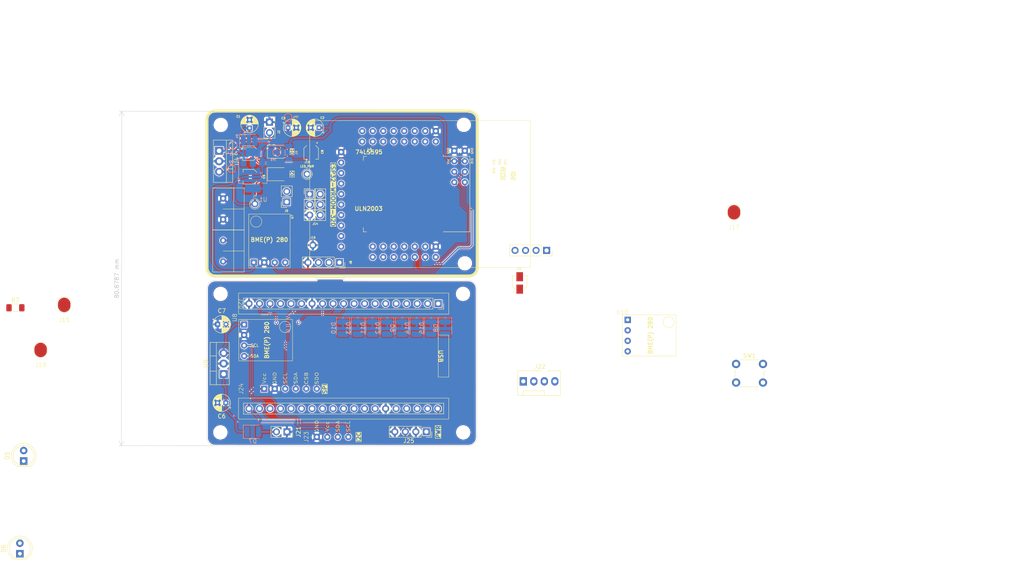
<source format=kicad_pcb>
(kicad_pcb (version 20240108) (generator "pcbnew") (generator_version "8.0")
  (layers (0 "F.Cu" signal) (31 "B.Cu" signal) (34 "B.Paste" user) (35 "F.Paste" user) (36 "B.SilkS" user "B.Silkscreen") (37 "F.SilkS" user "F.Silkscreen") (38 "B.Mask" user) (39 "F.Mask" user) (44 "Edge.Cuts" user))
  (net 0 "")
  (net 1 "GND")
  (net 2 "+3V3")
  (net 3 "+5V")
  (net 4 "/RXD")
  (net 5 "/TXD")
  (net 6 "/SDA")
  (net 7 "/GPIO_33")
  (net 8 "/SCL")
  (net 9 "/OUT3")
  (net 10 "/EN")
  (net 11 "/SOURCE2")
  (net 12 "/SOURCE1")
  (net 13 "/SOURCE3")
  (net 14 "/VDC")
  (net 15 "/DAC1")
  (net 16 "/DAC2")
  (net 17 "/GPIO39")
  (net 18 "/GPIO19")
  (net 19 "/GPIO17")
  (net 20 "/GPIO5")
  (net 21 "/GPIO18")
  (net 22 "/SD_DATA0")
  (net 23 "/ADC2_CH3")
  (net 24 "/SD_DATA3")
  (net 25 "/SD_CMD")
  (net 26 "/SD_CLK")
  (net 27 "/SD_DATA2")
  (net 28 "/SD_DATA1")
  (net 29 "/ADC2_CH0")
  (net 30 "/GPIO23")
  (net 31 "/GPIO36")
  (net 32 "/ADC2_CH2")
  (net 33 "/BOOT")
  (net 34 "/GPIO13")
  (net 35 "/SOURCE4")
  (net 36 "/SOURCE5")
  (net 37 "/SIPO_DATA")
  (net 38 "/SIPO_CLK")
  (net 39 "/SIPO_LATCH")
  (net 40 "/GPIO14")
  (net 41 "/OUT1")
  (net 42 "/VIN")
  (net 45 "Net-(D5-Pad1)")
  (net 46 "Net-(J15-Pin_1)")
  (net 47 "Net-(J19-Pin_1)")
  (net 48 "/OUT2")
  (net 60 "/RX")
  (net 65 "/TX")
  (net 76 "/SCL-2")
  (net 77 "/SDA-2")
  (net 80 "/12V")
  (net 82 "/QB-2")
  (net 83 "/QC-2")
  (net 84 "/QE-2")
  (net 85 "/QA-2")
  (net 86 "/QD-2")
  (net 87 "/QG-2")
  (net 88 "/QH-2")
  (net 89 "/QF-2")
  (net 90 "/SPI-SDO")
  (net 91 "/SPI-CSB")
  (net 92 "/SPI-SCL")
  (net 93 "/SPI-SDA")
  (net 94 "/D23")
  (net 95 "/D18")
  (footprint "Capacitor_THT:CP_Radial_D4.0mm_P2.00mm" (layer "F.Cu") (at 107 44.2 180)
    (property "Reference" "C2")
    (property "Value" "1uF")
  )
  (footprint "LED_SMD:LED_1210_3225Metric_Pad1.42x2.65mm_HandSolder" (layer "F.Cu") (at 97 55.45)
    (property "Reference" "D2")
    (property "Value" "STATUS")
  )
  (footprint "Capacitor_SMD:CP_Elec_3x5.3" (layer "F.Cu") (at 90.3 50.35 180)
    (property "Reference" "C4")
    (property "Value" "0.1uF")
  )
  (footprint "Resistor_SMD:R_1206_3216Metric_Pad1.30x1.75mm_HandSolder" (layer "F.Cu") (at 33.612 87.7585)
    (property "Reference" "R7")
    (property "Value" "4K7")
  )
  (footprint "LED_THT:LED_D5.0mm" (layer "F.Cu") (at 34.7 147.25 90)
    (property "Reference" "D6")
    (property "Value" "LED_STATUS")
  )
  (footprint "Button_Switch_THT:SW_PUSH_6mm" (layer "F.Cu") (at 207.8 101.35)
    (property "Reference" "SW1")
    (property "Value" "SW_Push")
  )
  (footprint "Connector:FanPinHeader_1x04_P2.54mm_Vertical" (layer "F.Cu") (at 156.38 105.55)
    (property "Reference" "J22")
    (property "Value" "Conn_01x04_Pin")
  )
  (footprint "Alexander Footprint Library:Pad_1x01_P2.54_SMD" (layer "F.Cu") (at 39.712 102.098)
    (property "Reference" "J19")
    (property "Value" "LED_PWR")
  )
  (footprint "Alexanddr Footprints Library:ESP32-WROOM-Adapter-Socket-2" (layer "F.Cu") (at 127.6 60.25 -90)
    (property "Reference" "J1")
    (property "Value" "~")
  )
  (footprint "Alexander Footprint Library:Pad_1x01_P2.54_SMD" (layer "F.Cu") (at 45.412 91.198)
    (property "Reference" "J15")
    (property "Value" "LED_PWR")
  )
  (footprint "MountingHole:MountingHole_3mm" (layer "F.Cu") (at 142 43.5)
    (property "Reference" "H1" (hide yes))
    (property "Value" "MountingHole_Pad")
  )
  (footprint "Connector_PinSocket_2.54mm:PinSocket_1x02_P2.54mm_Vertical" (layer "F.Cu") (at 99.25 117.775 -90)
    (property "Reference" "J21")
    (property "Value" "PWR")
  )
  (footprint "MountingHole:MountingHole_3mm" (layer "F.Cu") (at 83.25 43.53)
    (property "Reference" "H2" (hide yes))
    (property "Value" "MountingHole_Pad")
  )
  (footprint "Alexander Footprints Library:Conn_Terminal_5mm" (layer "F.Cu") (at 83.82 53.69)
    (property "Reference" "J9" (hide yes))
    (property "Value" "Conn_01x02_Socket")
  )
  (footprint "Alexander Footprint Library:Pad_1x01_P2.54_SMD" (layer "F.Cu") (at 207.3 68.7895)
    (property "Reference" "J17")
    (property "Value" "GND")
  )
  (footprint "MountingHole:MountingHole_3mm" (layer "F.Cu") (at 141.85 117.9)
    (property "Reference" "H4" (hide yes))
    (property "Value" "MountingHole_Pad")
  )
  (footprint "Capacitor_THT:CP_Radial_D4.0mm_P2.00mm" (layer "F.Cu") (at 82.5 91.75)
    (property "Reference" "C7")
    (property "Value" "1uF")
  )
  (footprint "Connector_PinSocket_2.54mm:PinSocket_1x04_P2.54mm_Vertical" (layer "F.Cu") (at 132.94 117.75 -90)
    (property "Reference" "J25")
    (property "Value" "PWR_SATA_Conn_01x04")
  )
  (footprint "Capacitor_SMD:CP_Elec_3x5.3" (layer "F.Cu") (at 90.4 56.05 180)
    (property "Reference" "C9")
    (property "Value" "0.1uF")
  )
  (footprint "Alexander Footprint Library:PinSocket_1x01_P2.54" (layer "F.Cu") (at 91.5 65.19)
    (property "Reference" "J7")
    (property "Value" "LED_PWR")
  )
  (footprint "Alexander Footprint Library:Conn_SPI" (layer "F.Cu") (at 88.68 107.35 90)
    (property "Reference" "J24")
    (property "Value" "~")
  )
  (footprint "Connector_PinSocket_2.54mm:PinSocket_1x02_P2.54mm_Vertical" (layer "F.Cu") (at 95.025 42.85)
    (property "Reference" "J2")
    (property "Value" "PWR")
  )
  (footprint "Connector_PinSocket_2.54mm:PinSocket_1x04_P2.54mm_Vertical" (layer "F.Cu") (at 111.94 76.8 -90)
    (property "Reference" "J6")
    (property "Value" "SOURCE")
  )
  (footprint "MountingHole:MountingHole_3mm" (layer "F.Cu") (at 83.15 117.9)
    (property "Reference" "H4" (hide yes))
    (property "Value" "MountingHole_Pad")
  )
  (footprint "Connector_PinSocket_2.54mm:PinSocket_1x04_P2.54mm_Vertical" (layer "F.Cu") (at 162 73.875 -90)
    (property "Reference" "J10" (hide yes))
    (property "Value" "ADC")
  )
  (footprint "Capacitor_SMD:CP_Elec_3x5.3" (layer "F.Cu") (at 155.5 81.75 90)
    (property "Reference" "C5")
    (property "Value" "0.1uF")
  )
  (footprint "MountingHole:MountingHole_3mm" (layer "F.Cu") (at 141.8 84.4)
    (property "Reference" "H4" (hide yes))
    (property "Value" "MountingHole_Pad")
  )
  (footprint "Capacitor_THT:CP_Radial_D4.0mm_P2.00mm" (layer "F.Cu") (at 99.5 44.2)
    (property "Reference" "C3")
    (property "Value" "1uF")
  )
  (footprint "Alexander Footprint Library:Conn_ESP32_WROOM-DevKit-38pins" (layer "F.Cu") (at 87.54 86.75 -90)
    (property "Reference" "J20")
    (property "Value" "~")
  )
  (footprint "Capacitor_SMD:CP_Elec_3x5.3" (layer "F.Cu") (at 105.1 50.05 -90)
    (property "Reference" "C8")
    (property "Value" "10uF")
  )
  (footprint "Alexander Footprint Library:LD1117" (layer "F.Cu") (at 83.945 103.79 90)
    (property "Reference" "U9")
    (property "Value" "L7805")
  )
  (footprint "Alexander Footprint Library:PinSocket_1x01_P2.54" (layer "F.Cu") (at 104.1 57.99)
    (property "Reference" "J18")
    (property "Value" "LED_PWR")
  )
  (footprint "Alexander Footprint Library:Conn_I2C" (layer "F.Cu") (at 98.84 119 90)
    (property "Reference" "J23")
    (property "Value" "I2C")
  )
  (footprint "Capacitor_THT:CP_Radial_D4.0mm_P2.00mm" (layer "F.Cu") (at 84.4726 110.75 180)
    (property "Reference" "C6")
    (property "Value" "1uF")
  )
  (footprint "Alexander Footprint Library:BME280_BMP280_I2C" (layer "F.Cu") (at 180.3 89.45)
    (property "Reference" "U10")
    (property "Value" "BME(P)280")
  )
  (footprint "MountingHole:MountingHole_3mm" (layer "F.Cu") (at 83.2 84.4)
    (property "Reference" "H4" (hide yes))
    (property "Value" "MountingHole_Pad")
  )
  (footprint "Connector_PinSocket_2.54mm:PinSocket_1x02_P2.54mm_Vertical" (layer "F.Cu") (at 99.2 62.15 180)
    (property "Reference" "J5")
    (property "Value" "DAC")
  )
  (footprint "Alexander Footprint Library:CONN_2x3" (layer "F.Cu") (at 104.74 55.17)
    (property "Reference" "J14")
    (property "Value" "GPIO")
  )
  (footprint "Alexander Footprints Library:Conn_UART" (layer "F.Cu") (at 139.7 42.15)
    (property "Reference" "J3" (hide yes))
    (property "Value" "UART")
  )
  (footprint "Alexander Footprint Library:PinSocket_1x01_P2.54" (layer "F.Cu") (at 105.5 75.19)
    (property "Reference" "J16")
    (property "Value" "GND")
  )
  (footprint "Capacitor_THT:CP_Radial_D4.0mm_P2.00mm" (layer "F.Cu") (at 90.2 44.3 90)
    (property "Reference" "C1")
    (property "Value" "1uF")
  )
  (footprint "Alexander Footprint Library:BME280_BMP280_I2C" (layer "F.Cu") (at 90 78.1 90)
    (property "Reference" "U7")
    (property "Value" "BME(P)280")
  )
  (footprint "Alexander Footprint Library:LD1117" (layer "F.Cu") (at 82.855 49.77 -90)
    (property "Reference" "U4")
    (property "Value" "L7805")
  )
  (footprint "Alexander Footprints Library:Conn_I2C" (layer "F.Cu") (at 142.24 42.15)
    (property "Reference" "J4" (hide yes))
    (property "Value" "I2C")
  )
  (footprint "LED_THT:LED_D5.0mm" (layer "F.Cu") (at 35.612 124.8335 90)
    (property "Reference" "D5")
    (property "Value" "LED_PWR")
  )
  (footprint "Alexander Footprint Library:BME280_BMP280_I2C" (layer "F.Cu") (at 87.6 90.59)
    (property "Reference" "U8")
    (property "Value" "BME(P)280")
  )
  (footprint "LED_SMD:LED_1210_3225Metric_Pad1.42x2.65mm_HandSolder" (layer "F.Cu") (at 97 50)
    (property "Reference" "D1")
    (property "Value" "PWR")
  )
  (footprint "MountingHole:MountingHole_3mm" (layer "F.Cu") (at 142.25 77)
    (property "Reference" "H4" (hide yes))
    (property "Value" "MountingHole_Pad")
  )
  (footprint "Alexander Footprints Library:Conn_Terminal_5mm" (layer "F.Cu") (at 83.82 63.85)
    (property "Reference" "J8" (hide yes))
    (property "Value" "Conn_01x02_Socket")
  )
  (footprint "TestPoint:TestPoint_Pad_D1.5mm" (layer "B.Cu") (at 99.5 41.75 180)
    (property "Reference" "TP4")
    (property "Value" "5V")
  )
  (footprint "LED_SMD:LED_1210_3225Metric_Pad1.42x2.65mm_HandSolder" (layer "B.Cu") (at 127.1 92.65 -90)
    (property "Reference" "D9")
    (property "Value" "PWR")
  )
  (footprint "TestPoint:TestPoint_Pad_D1.5mm" (layer "B.Cu") (at 96.8 50.15 180)
    (property "Reference" "TP3")
    (property "Value" "3V3")
  )
  (footprint "LED_SMD:LED_1210_3225Metric_Pad1.42x2.65mm_HandSolder" (layer "B.Cu") (at 119.9 92.65 -90)
    (property "Reference" "D11")
    (property "Value" "PWR")
  )
  (footprint "Diode_SMD:D_1210_3225Metric" (layer "B.Cu") (at 91 117.75)
    (property "Reference" "D7")
    (property "Value" "D")
  )
  (footprint "LED_SMD:LED_1210_3225Metric_Pad1.42x2.65mm_HandSolder" (layer "B.Cu") (at 134.1 92.65 -90)
    (property "Reference" "D15")
    (property "Value" "PWR")
  )
  (footprint "Resistor_SMD:R_1206_3216Metric_Pad1.30x1.75mm_HandSolder" (layer "B.Cu") (at 99.7 50.25 -90)
    (property "Reference" "R1")
    (property "Value" "10K")
  )
  (footprint "Diode_SMD:D_1210_3225Metric" (layer "B.Cu") (at 90.1 47.4)
    (property "Reference" "D4")
    (property "Value" "D")
  )
  (footprint "LED_SMD:LED_1210_3225Metric_Pad1.42x2.65mm_HandSolder" (layer "B.Cu") (at 130.6 92.65 -90)
    (property "Reference" "D14")
    (property "Value" "PWR")
  )
  (footprint "TestPoint:TestPoint_Pad_D1.5mm" (layer "B.Cu") (at 86.2 48.45 180)
    (property "Reference" "TP1")
    (property "Value" "VIN")
  )
  (footprint "LED_SMD:LED_1210_3225Metric_Pad1.42x2.65mm_HandSolder" (layer "B.Cu") (at 123.5 92.65 -90)
    (property "Reference" "D12")
    (property "Value" "PWR")
  )
  (footprint "TestPoint:TestPoint_Pad_D1.5mm" (layer "B.Cu") (at 85.9 54.15 180)
    (property "Reference" "TP2")
    (property "Value" "GND")
  )
  (footprint "LED_SMD:LED_1210_3225Metric_Pad1.42x2.65mm_HandSolder" (layer "B.Cu") (at 116.4 92.65 -90)
    (property "Reference" "D13")
    (property "Value" "PWR")
  )
  (footprint "LED_SMD:LED_1210_3225Metric_Pad1.42x2.65mm_HandSolder" (layer "B.Cu") (at 112.8 92.65 -90)
    (property "Reference" "D10")
    (property "Value" "PWR")
  )
  (footprint "Package_TO_SOT_SMD:SOT-223-3_TabPin2" (layer "B.Cu") (at 91 55.75 -90)
    (property "Reference" "U1")
    (property "Value" "MAX1726EUK33")
  )
  (footprint "LED_SMD:LED_1210_3225Metric_Pad1.42x2.65mm_HandSolder" (layer "B.Cu") (at 137.5 92.65 -90)
    (property "Reference" "D8")
    (property "Value" "PWR")
  )
  (gr_line (start 145.25 42.11421) (end 145.25 78.085782) (stroke (width 0.75)) (layer "F.SilkS"))
  (gr_line (start 81.914218 40.164218) (end 143.08579 40.164218) (stroke (width 0.75)) (layer "F.SilkS"))
  (gr_arc (start 145.25 78.085782) (mid 144.66422 79.500007) (end 143.25 80.085782) (stroke (width 0.75)) (layer "F.SilkS"))
  (gr_line (start 79.914218 42.11421) (end 79.914218 78.085782) (stroke (width 0.75)) (layer "F.SilkS"))
  (gr_arc (start 81.914218 80.085782) (mid 80.499999 79.500001) (end 79.914218 78.085782) (stroke (width 0.75)) (layer "F.SilkS"))
  (gr_arc (start 143.25 40.25) (mid 144.664214 40.835786) (end 145.25 42.25) (stroke (width 0.75)) (layer "F.SilkS"))
  (gr_arc (start 79.914218 42.164218) (mid 80.499999 40.749999) (end 81.914218 40.164218) (stroke (width 0.75)) (layer "F.SilkS"))
  (gr_line (start 81.914214 80.085782) (end 143.085786 80.085782) (stroke (width 0.75)) (layer "F.SilkS"))
  (gr_line (start 82.014214 80.235786) (end 106.4 80.25) (stroke (width 0.1)) (layer "Edge.Cuts"))
  (gr_line (start 80 42.25) (end 80.014214 78.235786) (stroke (width 0.1)) (layer "Edge.Cuts"))
  (gr_arc (start 79.921321 83.157107) (mid 80.507106 81.742896) (end 81.921321 81.157107) (stroke (width 0.1)) (layer "Edge.Cuts"))
  (gr_line (start 81.921321 121.128679) (end 143.107107 121.142893) (stroke (width 0.1)) (layer "Edge.Cuts"))
  (gr_arc (start 81.921321 121.128679) (mid 80.507101 120.542899) (end 79.921321 119.128679) (stroke (width 0.1)) (layer "Edge.Cuts"))
  (gr_line (start 143.092893 81.157107) (end 113 81.15) (stroke (width 0.1)) (layer "Edge.Cuts"))
  (gr_arc (start 145.107107 119.142893) (mid 144.521321 120.557107) (end 143.107107 121.142893) (stroke (width 0.1)) (layer "Edge.Cuts"))
  (gr_line (start 106.4 81.15) (end 81.921321 81.157107) (stroke (width 0.1)) (layer "Edge.Cuts"))
  (gr_arc (start 143.185786 40.264214) (mid 144.600004 40.849996) (end 145.185786 42.264214) (stroke (width 0.1)) (layer "Edge.Cuts"))
  (gr_line (start 113 80.25) (end 143.185786 80.235786) (stroke (width 0.1)) (layer "Edge.Cuts"))
  (gr_arc (start 82.014214 80.235786) (mid 80.599996 79.650004) (end 80.014214 78.235786) (stroke (width 0.1)) (layer "Edge.Cuts"))
  (gr_line (start 145.185786 42.264214) (end 145.185786 78.235786) (stroke (width 0.1)) (layer "Edge.Cuts"))
  (gr_arc (start 80 42.25) (mid 80.585786 40.835786) (end 82 40.25) (stroke (width 0.1)) (layer "Edge.Cuts"))
  (gr_line (start 145.107107 119.142893) (end 145.092893 83.157107) (stroke (width 0.1)) (layer "Edge.Cuts"))
  (gr_line (start 79.921321 119.128679) (end 79.921321 83.157107) (stroke (width 0.1)) (layer "Edge.Cuts"))
  (gr_line (start 106.4 81.15) (end 106.4 80.25) (stroke (width 0.1)) (layer "Edge.Cuts"))
  (gr_arc (start 145.185786 78.235786) (mid 144.600004 79.650004) (end 143.185786 80.235786) (stroke (width 0.1)) (layer "Edge.Cuts"))
  (gr_arc (start 143.092893 81.157107) (mid 144.507112 81.742888) (end 145.092893 83.157107) (stroke (width 0.1)) (layer "Edge.Cuts"))
  (gr_line (start 113 81.15) (end 113 80.25) (stroke (width 0.1)) (layer "Edge.Cuts"))
  (gr_line (start 143.185786 40.264214) (end 82 40.25) (stroke (width 0.1)) (layer "Edge.Cuts"))
  (gr_text "SCL" (at 90.4 96.85 0) (layer "F.SilkS") (effects (font (size 0.7 0.7) (thickness 0.125) (bold yes)) (justify left)))
  (gr_text "SDA" (at 90.4 99.45 0) (layer "F.SilkS") (effects (font (size 0.7 0.7) (thickness 0.125) (bold yes)) (justify left)))
  (gr_text "PWR" (at 136.4 119.55 90) (layer "F.SilkS" knockout) (effects (font (size 1 1) (thickness 0.25) (bold yes)) (justify left bottom)))
  (gr_text "74LS595" (at 119.057143 50.1 0) (layer "F.SilkS") (effects (font (size 1 1) (thickness 0.2) (bold yes))))
  (gr_text "ULN2003" (at 115.5 64.374 0) (layer "F.SilkS") (effects (font (size 1 1) (thickness 0.2) (bold yes)) (justify left bottom)))
  (dimension (type aligned) (layer "Edge.Cuts") (pts (xy 81.921321 121.128679) (xy 82 40.25)) (height -22.6907) (gr_text "80.8787 mm" (at 58.119973 80.666146 89.94426182) (layer "Edge.Cuts") (effects (font (size 1 1) (thickness 0.15)))) (format (prefix "") (suffix "") (units 3) (units_format 1) (precision 4)) (style (thickness 0.1) (arrow_length 1.27) (text_position_mode 0) (extension_height 0.58642) (extension_offset 0.5) keep_text_aligned))
  (segment (start 84.21 66) (end 83.82 66.39) (width 0.5) (layer "F.Cu") (net 1))
  (segment (start 95.5 54.8625) (end 95.5125 54.85) (width 0.25) (layer "F.Cu") (net 1))
  (segment (start 95.5 55.4625) (end 95.5125 55.45) (width 0.25) (layer "F.Cu") (net 1))
  (segment (start 91.5 59.65) (end 91.9 59.25) (width 0.5) (layer "F.Cu") (net 2))
  (segment (start 90.08 108.57) (end 90.08 112.15) (width 0.5) (layer "F.Cu") (net 2))
  (segment (start 91.3 107.35) (end 90.08 108.57) (width 0.5) (layer "F.Cu") (net 2))
  (segment (start 91.9 59.25) (end 91.9 56.05) (width 0.5) (layer "F.Cu") (net 2))
  (segment (start 93.76 107.35) (end 91.3 107.35) (width 0.5) (layer "F.Cu") (net 2))
  (segment (start 91.5 62.62) (end 91.5 59.65) (width 0.5) (layer "F.Cu") (net 2))
  (segment (start 98.4875 50) (end 101.05 50) (width 0.5) (layer "F.Cu") (net 2))
  (segment (start 102.5 48.55) (end 105.1 48.55) (width 0.5) (layer "F.Cu") (net 2))
  (segment (start 101.05 50) (end 102.5 48.55) (width 0.5) (layer "F.Cu") (net 2))
  (segment (start 96.075 48.7) (end 97.525 48.7) (width 0.5) (layer "B.Cu") (net 2))
  (segment (start 109.408578 44.2) (end 107 44.2) (width 0.5) (layer "B.Cu") (net 2))
  (segment (start 93.21 115.25) (end 101 115.25) (width 0.5) (layer "B.Cu") (net 2))
  (segment (start 81.3 75.997918) (end 81.3 59.75104) (width 0.5) (layer "B.Cu") (net 2))
  (segment (start 93.3 54.905025) (end 93.3 52.6) (width 0.5) (layer "B.Cu") (net 2))
  (segment (start 100 48.7) (end 100 48.03033) (width 0.5) (layer "B.Cu") (net 2))
  (segment (start 139.13 52.31) (end 139.7 52.31) (width 0.5) (layer "B.Cu") (net 2))
  (segment (start 138.156949 51.906949) (end 138.03 51.78) (width 0.5) (layer "B.Cu") (net 2))
  (segment (start 109 117.5) (end 109 119) (width 0.5) (layer "B.Cu") (net 2))
  (segment (start 84.202081 78.9) (end 89.990883 78.9) (width 0.5) (layer "B.Cu") (net 2))
  (segment (start 109.75 45) (end 109.75 44.141421) (width 0.5) (layer "B.Cu") (net 2))
  (segment (start 109.75 43.858578) (end 109.75 44.141421) (width 0.5) (layer "B.Cu") (net 2))
  (segment (start 104.722182 46.75) (end 106.277817 46.75) (width 0.5) (layer "B.Cu") (net 2))
  (segment (start 139.7 52.31) (end 142.24 52.31) (width 0.5) (layer "B.Cu") (net 2))
  (segment (start 137.5 50.500466) (end 137.5 43.883883) (width 0.5) (layer "B.Cu") (net 2))
  (segment (start 88.207106 62.75) (end 91.5 62.75) (width 0.5) (layer "B.Cu") (net 2))
  (segment (start 86.5 61.042893) (end 86.5 57.5) (width 0.5) (layer "B.Cu") (net 2))
  (segment (start 106.277817 46.75) (end 108 46.75) (width 0.5) (layer "B.Cu") (net 2))
  (segment (start 101 115.25) (end 102.5 116.75) (width 0.5) (layer "B.Cu") (net 2))
  (segment (start 91.22 77.670883) (end 91.22 76.8) (width 0.5) (layer "B.Cu") (net 2))
  (segment (start 89.455634 56.1) (end 92.105025 56.1) (width 0.5) (layer "B.Cu") (net 2))
  (segment (start 96.075 48.7) (end 95.177817 48.7) (width 0.5) (layer "B.Cu") (net 2))
  (segment (start 90.11 112.15) (end 93.21 115.25) (width 0.5) (layer "B.Cu") (net 2))
  (segment (start 108.25 116.75) (end 109 117.5) (width 0.5) (layer "B.Cu") (net 2))
  (segment (start 104.722182 46.75) (end 101.28033 46.75) (width 0.5) (layer "B.Cu") (net 2))
  (segment (start 108 46.75) (end 109.75 45) (width 0.5) (layer "B.Cu") (net 2))
  (segment (start 96.8 49.425) (end 96.8 50.15) (width 0.25) (layer "B.Cu") (net 2))
  (segment (start 109.75 43.625) (end 109.75 43.858578) (width 0.5) (layer "B.Cu") (net 2))
  (segment (start 110.015165 42.984834) (end 110.5 42.5) (width 0.5) (layer "B.Cu") (net 2))
  (segment (start 93.3 52.6) (end 93.3 50.577817) (width 0.5) (layer "B.Cu") (net 2))
  (segment (start 82.75104 58.3) (end 84.144365 58.3) (width 0.5) (layer "B.Cu") (net 2))
  (segment (start 102.5 116.75) (end 108.25 116.75) (width 0.5) (layer "B.Cu") (net 2))
  (segment (start 112.31066 41.75) (end 135.366116 41.75) (width 0.5) (layer "B.Cu") (net 2))
  (segment (start 100 48.7) (end 97.525 48.7) (width 0.5) (layer "B.Cu") (net 2))
  (arc (start 136.875 42.375) (mid 137.337567 43.067281) (end 137.5 43.883883) (width 0.5) (layer "B.Cu") (net 2))
  (arc (start 137.5 50.500466) (mid 137.637742 51.192944) (end 138.03 51.78) (width 0.5) (layer "B.Cu") (net 2))
  (arc (start 93.3 54.905025) (mid 93.209037 55.362322) (end 92.95 55.75) (width 0.5) (layer "B.Cu") (net 2))
  (arc (start 86.8 57.2) (mid 85.581584 58.014119) (end 84.144365 58.3) (width 0.5) (layer "B.Cu") (net 2))
  (arc (start 89.455634 56.1) (mid 88.018415 56.38588) (end 86.8 57.2) (width 0.5) (layer "B.Cu") (net 2))
  (arc (start 86.5 61.042893) (mid 86.629945 61.696174) (end 87 62.25) (width 0.5) (layer "B.Cu") (net 2))
  (arc (start 82.75104 58.3) (mid 82.195751 58.410453) (end 81.725 58.725) (width 0.5) (layer "B.Cu") (net 2))
  (arc (start 92.95 55.75) (mid 92.562322 56.009037) (end 92.105025 56.1) (width 0.5) (layer "B.Cu") (net 2))
  (arc (start 95.177817 48.7) (mid 94.459207 48.84294) (end 93.85 49.25) (width 0.5) (layer "B.Cu") (net 2))
  (arc (start 96.8 49.425) (mid 96.587652 48.912347) (end 96.075 48.7) (width 0.25) (layer "B.Cu") (net 2))
  (arc (start 82.15 78.05) (mid 83.091502 78.679092) (end 84.202081 78.9) (width 0.5) (layer "B.Cu") (net 2))
  (arc (start 110.015165 42.984834) (mid 109.818914 43.278544) (end 109.75 43.625) (width 0.5) (layer "B.Cu") (net 2))
  (arc (start 109.75 44.141421) (mid 109.713838 44.087301) (end 109.65 44.1) (width 0.5) (layer "B.Cu") (net 2))
  (arc (start 136.875 42.375) (mid 136.182718 41.912432) (end 135.366116 41.75) (width 0.5) (layer "B.Cu") (net 2))
  (arc (start 93.85 49.25) (mid 93.44294 49.859207) (end 93.3 50.577817) (width 0.5) (layer "B.Cu") (net 2))
  (arc (start 90.86 78.54) (mid 90.461245 78.806439) (end 89.990883 78.9) (width 0.5) (layer "B.Cu") (net 2))
  (arc (start 109.65 44.1) (mid 109.539234 44.17401) (end 109.408578 44.2) (width 0.5) (layer "B.Cu") (net 2))
  (arc (start 87 62.25) (mid 87.553825 62.620054) (end 88.207106 62.75) (width 0.5) (layer "B.Cu") (net 2))
  (arc (start 81.725 58.725) (mid 81.410453 59.195751) (end 81.3 59.75104) (width 0.5) (layer "B.Cu") (net 2))
  (arc (start 138.156949 51.906949) (mid 138.603388 52.20525) (end 139.13 52.31) (width 0.5) (layer "B.Cu") (net 2))
  (arc (start 101.28033 46.75) (mid 100.790368 46.847459) (end 100.375 47.125) (width 0.5) (layer "B.Cu") (net 2))
  (arc (start 91.22 77.670883) (mid 91.126439 78.141245) (end 90.86 78.54) (width 0.5) (layer "B.Cu") (net 2))
  (arc (start 109.65 44.1) (mid 109.72401 43.989234) (end 109.75 43.858578) (width 0.5) (layer "B.Cu") (net 2))
  (arc (start 112.31066 41.75) (mid 111.330737 41.944918) (end 110.5 42.5) (width 0.5) (layer "B.Cu") (net 2))
  (arc (start 100.375 47.125) (mid 100.097459 47.540368) (end 100 48.03033) (width 0.5) (layer "B.Cu") (net 2))
  (arc (start 81.3 75.997918) (mid 81.520907 77.108496) (end 82.15 78.05) (width 0.5) (layer "B.Cu") (net 2))
  (segment (start 99.5 45.693413) (end 99.5 44.2) (width 0.5) (layer "F.Cu") (net 3))
  (segment (start 98.6375 46.9625) (end 99.2125 46.3875) (width 0.5) (layer "F.Cu") (net 3))
  (segment (start 83.945 98.71) (end 86.21 98.71) (width 0.5) (layer "F.Cu") (net 3))
  (segment (start 86.75 99.25) (end 86.75 100) (width 0.5) (layer "F.Cu") (net 3))
  (segment (start 127.86 116.39) (end 129 115.25) (width 0.5) (layer "F.Cu") (net 3))
  (segment (start 129 115.25) (end 135.25 115.25) (width 0.5) (layer "F.Cu") (net 3))
  (segment (start 135.81 114.69) (end 135.81 112.15) (width 0.5) (layer "F.Cu") (net 3))
  (segment (start 86.75 114.25) (end 87.75 115.25) (width 0.5) (layer "F.Cu") (net 3))
  (segment (start 86.75 100) (end 86.75 114.25) (width 0.5) (layer "F.Cu") (net 3))
  (segment (start 88.1 47.25) (end 97.943413 47.25) (width 0.5) (layer "F.Cu") (net 3))
  (segment (start 84.9 54.85) (end 85.4 54.35) (width 0.5) (layer "F.Cu") (net 3))
  (segment (start 85.4 54.35) (end 85.4 49.95) (width 0.5) (layer "F.Cu") (net 3))
  (segment (start 127.86 118.65) (end 127.86 116.39) (width 0.5) (layer "F.Cu") (net 3))
  (segment (start 86.21 98.71) (end 86.75 99.25) (width 0.5) (layer "F.Cu") (net 3))
  (segment (start 135.25 115.25) (end 135.81 114.69) (width 0.5) (layer "F.Cu") (net 3))
  (segment (start 82.855 54.85) (end 84.9 54.85) (width 0.5) (layer "F.Cu") (net 3))
  (segment (start 85.4 49.95) (end 88.1 47.25) (width 0.5) (layer "F.Cu") (net 3))
  (segment (start 87.75 115.25) (end 129 115.25) (width 0.5) (layer "F.Cu") (net 3))
  (arc (start 97.943413 47.25) (mid 98.31905 47.175281) (end 98.6375 46.9625) (width 0.5) (layer "F.Cu") (net 3))
  (arc (start 99.5 45.693413) (mid 99.425281 46.06905) (end 99.2125 46.3875) (width 0.5) (layer "F.Cu") (net 3))
  (segment (start 83.945 97.305) (end 84.5 96.75) (width 0.5) (layer "B.Cu") (net 3))
  (segment (start 84.5 94.05) (end 84.5 91.75) (width 0.5) (layer "B.Cu") (net 3))
  (segment (start 88.9 91.81) (end 86.74 91.81) (width 0.5) (layer "B.Cu") (net 3))
  (segment (start 83.945 98.71) (end 83.945 97.305) (width 0.5) (layer "B.Cu") (net 3))
  (segment (start 86.74 91.81) (end 84.5 94.05) (width 0.5) (layer "B.Cu") (net 3))
  (segment (start 84.5 96.75) (end 84.5 94.05) (width 0.5) (layer "B.Cu") (net 3))
  (segment (start 99.5 42.25) (end 99.5 44.2) (width 0.25) (layer "B.Cu") (net 3))
  (segment (start 139.7 57.35) (end 139.7 57.39) (width 0.25) (layer "F.Cu") (net 4))
  (segment (start 140.3 57.45) (end 139.3 57.45) (width 0.25) (layer "F.Cu") (net 4))
  (segment (start 142.918198 72.331802) (end 140.231802 72.331802) (width 0.25) (layer "B.Cu") (net 4))
  (segment (start 131.4 77.75) (end 131.4 74.21) (width 0.25) (layer "B.Cu") (net 4))
  (segment (start 131.8 78.15) (end 131.4 77.75) (width 0.25) (layer "B.Cu") (net 4))
  (segment (start 131.4 74.21) (end 130.14 72.95) (width 0.25) (layer "B.Cu") (net 4))
  (segment (start 140.231802 72.331802) (end 134.413604 78.15) (width 0.25) (layer "B.Cu") (net 4))
  (segment (start 134.413604 78.15) (end 131.8 78.15) (width 0.25) (layer "B.Cu") (net 4))
  (segment (start 139.7 57.39) (end 141.34 59.03) (width 0.25) (layer "B.Cu") (net 4))
  (segment (start 141.34 59.03) (end 141.34 62.876396) (width 0.25) (layer "B.Cu") (net 4))
  (segment (start 143.1 64.636396) (end 143.1 72.15) (width 0.25) (layer "B.Cu") (net 4))
  (segment (start 143.1 72.15) (end 142.918198 72.331802) (width 0.25) (layer "B.Cu") (net 4))
  (segment (start 141.34 62.876396) (end 143.1 64.636396) (width 0.25) (layer "B.Cu") (net 4))
  (segment (start 133.1 77.05) (end 132.68 76.63) (width 0.25) (layer "F.Cu") (net 5))
  (segment (start 139.7 54.85) (end 141.153 56.303) (width 0.25) (layer "F.Cu") (net 5))
  (segment (start 136.9 77.05) (end 133.1 77.05) (width 0.25) (layer "F.Cu") (net 5))
  (segment (start 144 56.85) (end 144 72.65) (width 0.25) (layer "F.Cu") (net 5))
  (segment (start 132.68 76.63) (end 132.68 75.49) (width 0.25) (layer "F.Cu") (net 5))
  (segment (start 140.7 73.25) (end 136.9 77.05) (width 0.25) (layer "F.Cu") (net 5))
  (segment (start 141.153 56.303) (end 143.453 56.303) (width 0.25) (layer "F.Cu") (net 5))
  (segment (start 143.453 56.303) (end 144 56.85) (width 0.25) (layer "F.Cu") (net 5))
  (segment (start 143.4 73.25) (end 140.7 73.25) (width 0.25) (layer "F.Cu") (net 5))
  (segment (start 144 72.65) (end 143.4 73.25) (width 0.25) (layer "F.Cu") (net 5))
  (segment (start 139.7 54.85) (end 139.5 54.85) (width 0.25) (layer "F.Cu") (net 5))
  (segment (start 142.24 54.85) (end 142.24 55.51) (width 0.25) (layer "F.Cu") (net 6))
  (segment (start 130.14 75.49) (end 130.14 78.09) (width 0.25) (layer "B.Cu") (net 6))
  (segment (start 141.79 58.74) (end 141 57.95) (width 0.25) (layer "B.Cu") (net 6))
  (segment (start 140.418198 72.781802) (end 143.281802 72.781802) (width 0.25) (layer "B.Cu") (net 6))
  (segment (start 98.84 76.8) (end 98.84 78.09) (width 0.25) (layer "B.Cu") (net 6))
  (segment (start 130.14 78.09) (end 130.7 78.65) (width 0.25) (layer "B.Cu") (net 6))
  (segment (start 143.55 64.45) (end 141.79 62.69) (width 0.25) (layer "B.Cu") (net 6))
  (segment (start 134.55 78.65) (end 140.418198 72.781802) (width 0.25) (layer "B.Cu") (net 6))
  (segment (start 141.79 62.69) (end 141.79 58.74) (width 0.25) (layer "B.Cu") (net 6))
  (segment (start 99.4 78.65) (end 130.7 78.65) (width 0.25) (layer "B.Cu") (net 6))
  (segment (start 141 56.09) (end 142.24 54.85) (width 0.25) (layer "B.Cu") (net 6))
  (segment (start 130.7 78.65) (end 134.55 78.65) (width 0.25) (layer "B.Cu") (net 6))
  (segment (start 98.84 78.09) (end 99.4 78.65) (width 0.25) (layer "B.Cu") (net 6))
  (segment (start 143.281802 72.781802) (end 143.55 72.513604) (width 0.25) (layer "B.Cu") (net 6))
  (segment (start 143.55 72.513604) (end 143.55 64.45) (width 0.25) (layer "B.Cu") (net 6))
  (segment (start 141 57.95) (end 141 56.09) (width 0.25) (layer "B.Cu") (net 6))
  (segment (start 143.4 73.3) (end 144 72.7) (width 0.25) (layer "B.Cu") (net 8))
  (segment (start 96.95 79.1) (end 134.8 79.1) (width 0.25) (layer "B.Cu") (net 8))
  (segment (start 96.3 76.8) (end 96.3 78.45) (width 0.25) (layer "B.Cu") (net 8))
  (segment (start 144 72.7) (end 144 64.263604) (width 0.25) (layer "B.Cu") (net 8))
  (segment (start 142.24 62.503604) (end 142.24 57.39) (width 0.25) (layer "B.Cu") (net 8))
  (segment (start 96.3 78.45) (end 96.95 79.1) (width 0.25) (layer "B.Cu") (net 8))
  (segment (start 134.8 79.1) (end 140.6 73.3) (width 0.25) (layer "B.Cu") (net 8))
  (segment (start 144 64.263604) (end 142.24 62.503604) (width 0.25) (layer "B.Cu") (net 8))
  (segment (start 140.6 73.3) (end 143.4 73.3) (width 0.25) (layer "B.Cu") (net 8))
  (segment (start 91.8 52.25) (end 92.3 52.75) (width 0.25) (layer "F.Cu") (net 10))
  (segment (start 92.3 52.75) (end 103.27 52.75) (width 0.25) (layer "F.Cu") (net 10))
  (segment (start 91.8 50.35) (end 91.8 52.25) (width 0.25) (layer "F.Cu") (net 10))
  (segment (start 100 51.8) (end 103.9 51.8) (width 0.25) (layer "B.Cu") (net 10))
  (segment (start 86.37 71.47) (end 88 73.1) (width 0.5) (layer "F.Cu") (net 11))
  (segment (start 88 73.1) (end 99 73.1) (width 0.5) (layer "F.Cu") (net 11))
  (segment (start 83.82 71.47) (end 86.37 71.47) (width 0.5) (layer "F.Cu") (net 11))
  (segment (start 86.275 76.55) (end 88.075 74.75) (width 0.5) (layer "F.Cu") (net 12))
  (segment (start 83.82 76.55) (end 86.275 76.55) (width 0.5) (layer "F.Cu") (net 12))
  (segment (start 88.075 74.75) (end 99.75 74.75) (width 0.5) (layer "F.Cu") (net 12))
  (segment (start 96.71 117.775) (end 92.425 117.775) (width 0.5) (layer "B.Cu") (net 14))
  (segment (start 92.425 117.775) (end 92.4 117.75) (width 0.5) (layer "B.Cu") (net 14))
  (segment (start 95.025 46.674479) (end 95.025 45.39) (width 0.5) (layer "B.Cu") (net 14))
  (segment (start 94.299479 47.4) (end 91.5 47.4) (width 0.5) (layer "B.Cu") (net 14))
  (arc (start 95.025 46.674479) (mid 94.969773 46.952124) (end 94.8125 47.1875) (width 0.5) (layer "B.Cu") (net 14))
  (arc (start 94.8125 47.1875) (mid 94.577124 47.344773) (end 94.299479 47.4) (width 0.5) (layer "B.Cu") (net 14))
  (segment (start 127.5 73.6) (end 128.2 72.9) (width 0.25) (layer "F.Cu") (net 21))
  (segment (start 89.5 46.25) (end 87.71 46.25) (width 0.5) (layer "F.Cu") (net 42))
  (segment (start 87.71 46.25) (end 84.19 49.77) (width 0.5) (layer "F.Cu") (net 42))
  (segment (start 90.2 45.55) (end 89.5 46.25) (width 0.5) (layer "F.Cu") (net 42))
  (segment (start 84.19 49.77) (end 82.855 49.77) (width 0.5) (layer "F.Cu") (net 42))
  (segment (start 90.2 44.3) (end 90.2 45.55) (width 0.5) (layer "F.Cu") (net 42))
  (segment (start 88.7 50.546446) (end 88.7 51.253553) (width 0.5) (layer "B.Cu") (net 42))
  (segment (start 84.4726 112.4726) (end 84.4726 109.5) (width 0.5) (layer "B.Cu") (net 42))
  (segment (start 88.7 45.153553) (end 88.7 47.4) (width 0.5) (layer "B.Cu") (net 42))
  (segment (start 86.2 49.11) (end 86.2 48.45) (width 0.25) (layer "B.Cu") (net 42))
  (segment (start 88.45 50.65) (end 88.2 50.4) (width 0.5) (layer "B.Cu") (net 42))
  (segment (start 88.7 50.546446) (end 88.7 47.4) (width 0.5) (layer "B.Cu") (net 42))
  (segment (start 84.4726 107.0826) (end 83.945 106.555) (width 0.5) (layer "B.Cu") (net 42))
  (segment (start 83.945 106.555) (end 83.945 103.79) (width 0.5) (layer "B.Cu") (net 42))
  (segment (start 88.45 50.65) (end 88.054368 50.254368) (width 0.5) (layer "B.Cu") (net 42))
  (segment (start 87.5 117.75) (end 87 117.25) (width 0.5) (layer "B.Cu") (net 42))
  (segment (start 89.553553 44.3) (end 90.2 44.3) (width 0.5) (layer "B.Cu") (net 42))
  (segment (start 84.4726 109.5) (end 84.4726 107.0826) (width 0.5) (layer "B.Cu") (net 42))
  (segment (start 88.7 51.253553) (end 88.7 52.6) (width 0.5) (layer "B.Cu") (net 42))
  (segment (start 89.6 117.75) (end 87.5 117.75) (width 0.5) (layer "B.Cu") (net 42))
  (segment (start 87 117.25) (end 87 115) (width 0.5) (layer "B.Cu") (net 42))
  (segment (start 87 115) (end 84.4726 112.4726) (width 0.5) (layer "B.Cu") (net 42))
  (segment (start 86.86 49.77) (end 85.54 49.77) (width 0.5) (layer "B.Cu") (net 42))
  (segment (start 86.885 49.77) (end 86.86 49.77) (width 0.5) (layer "B.Cu") (net 42))
  (segment (start 85.54 49.77) (end 82.855 49.77) (width 0.5) (layer "B.Cu") (net 42))
  (arc (start 89.553553 44.3) (mid 89.226912 44.364972) (end 88.95 44.55) (width 0.5) (layer "B.Cu") (net 42))
  (arc (start 86.2 49.11) (mid 86.393309 49.57669) (end 86.86 49.77) (width 0.25) (layer "B.Cu") (net 42))
  (arc (start 88.7 51.253553) (mid 88.635027 50.926912) (end 88.45 50.65) (width 0.5) (layer "B.Cu") (net 42))
  (arc (start 88.45 50.65) (mid 88.45 50.65) (end 88.45 50.65) (width 0.5) (layer "B.Cu") (net 42))
  (arc (start 88.45 50.65) (mid 88.609596 50.681745) (end 88.7 50.546446) (width 0.5) (layer "B.Cu") (net 42))
  (arc (start 88.054368 50.254368) (mid 87.517857 49.895883) (end 86.885 49.77) (width 0.5) (layer "B.Cu") (net 42))
  (arc (start 88.95 44.55) (mid 88.764972 44.826912) (end 88.7 45.153553) (width 0.5) (layer "B.Cu") (net 42))
  (segment (start 90.56 96.89) (end 88.9 96.89) (width 0.25) (layer "F.Cu") (net 76))
  (segment (start 92.413604 89.7) (end 90.9 91.213604) (width 0.25) (layer "F.Cu") (net 76))
  (segment (start 95.16 86.75) (end 95.16 89.19) (width 0.25) (layer "F.Cu") (net 76))
  (segment (start 90.9 91.213604) (end 90.9 96.55) (width 0.25) (layer "F.Cu") (net 76))
  (segment (start 95.19 86.75) (end 95.16 86.75) (width 0.25) (layer "F.Cu") (net 76))
  (segment (start 90.9 96.55) (end 90.56 96.89) (width 0.25) (layer "F.Cu") (net 76))
  (segment (start 94.65 89.7) (end 92.413604 89.7) (width 0.25) (layer "F.Cu") (net 76))
  (segment (start 95.16 89.19) (end 94.65 89.7) (width 0.25) (layer "F.Cu") (net 76))
  (segment (start 96.5 110.65) (end 96.5 113.425) (width 0.25) (layer "B.Cu") (net 76))
  (segment (start 96.5 113.425) (end 97.3 114.225) (width 0.25) (layer "B.Cu") (net 76))
  (segment (start 90.54 96.89) (end 90.9 97.25) (width 0.25) (layer "B.Cu") (net 76))
  (segment (start 102.975 115.725) (end 113.175 115.725) (width 0.25) (layer "B.Cu") (net 76))
  (segment (start 88.9 96.89) (end 90.54 96.89) (width 0.25) (layer "B.Cu") (net 76))
  (segment (start 95.4 109.55) (end 96.5 110.65) (width 0.25) (layer "B.Cu") (net 76))
  (segment (start 91.3 109.55) (end 95.4 109.55) (width 0.25) (layer "B.Cu") (net 76))
  (segment (start 97.3 114.225) (end 101.475 114.225) (width 0.25) (layer "B.Cu") (net 76))
  (segment (start 90.9 97.25) (end 90.9 109.15) (width 0.25) (layer "B.Cu") (net 76))
  (segment (start 101.475 114.225) (end 102.975 115.725) (width 0.25) (layer "B.Cu") (net 76))
  (segment (start 114.08 116.63) (end 114.08 119) (width 0.25) (layer "B.Cu") (net 76))
  (segment (start 113.175 115.725) (end 114.08 116.63) (width 0.25) (layer "B.Cu") (net 76))
  (segment (start 90.9 109.15) (end 91.3 109.55) (width 0.25) (layer "B.Cu") (net 76))
  (segment (start 90.6 97.486396) (end 90.6 98.85) (width 0.25) (layer "F.Cu") (net 77))
  (segment (start 90.02 99.43) (end 88.9 99.43) (width 0.25) (layer "F.Cu") (net 77))
  (segment (start 102.81 86.75) (end 99.41 90.15) (width 0.25) (layer "F.Cu") (net 77))
  (segment (start 91.35 91.4) (end 91.35 96.736396) (width 0.25) (layer "F.Cu") (net 77))
  (segment (start 99.41 90.15) (end 92.6 90.15) (width 0.25) (layer "F.Cu") (net 77))
  (segment (start 91.35 96.736396) (end 90.6 97.486396) (width 0.25) (layer "F.Cu") (net 77))
  (segment (start 90.6 98.85) (end 90.02 99.43) (width 0.25) (layer "F.Cu") (net 77))
  (segment (start 92.6 90.15) (end 91.35 91.4) (width 0.25) (layer "F.Cu") (net 77))
  (segment (start 111.54 116.99) (end 111.54 119) (width 0.25) (layer "B.Cu") (net 77))
  (segment (start 93.9 110.75) (end 93.9 113.65) (width 0.25) (layer "B.Cu") (net 77))
  (segment (start 93.9 113.65) (end 94.925 114.675) (width 0.25) (layer "B.Cu") (net 77))
  (segment (start 89.98 99.43) (end 90.42 99.87) (width 0.25) (layer "B.Cu") (net 77))
  (segment (start 102.75 116.175) (end 110.725 116.175) (width 0.25) (layer "B.Cu") (net 77))
  (segment (start 94.925 114.675) (end 101.25 114.675) (width 0.25) (layer "B.Cu") (net 77))
  (segment (start 110.725 116.175) (end 111.54 116.99) (width 0.25) (layer "B.Cu") (net 77))
  (segment (start 90.42 109.37) (end 91.1 110.05) (width 0.25) (layer "B.Cu") (net 77))
  (segment (start 101.25 114.675) (end 102.75 116.175) (width 0.25) (layer "B.Cu") (net 77))
  (segment (start 93.2 110.05) (end 93.9 110.75) (width 0.25) (layer "B.Cu") (net 77))
  (segment (start 91.1 110.05) (end 93.2 110.05) (width 0.25) (layer "B.Cu") (net 77))
  (segment (start 88.9 99.43) (end 89.98 99.43) (width 0.25) (layer "B.Cu") (net 77))
  (segment (start 90.42 99.87) (end 90.42 109.37) (width 0.25) (layer "B.Cu") (net 77))
  (segment (start 97.6 94.85) (end 97.6 93.85) (width 0.25) (layer "F.Cu") (net 90))
  (segment (start 107.86 92.79) (end 107.86 86.75) (width 0.25) (layer "F.Cu") (net 90))
  (segment (start 106.46 103.71) (end 97.6 94.85) (width 0.25) (layer "F.Cu") (net 90))
  (segment (start 106.46 107.35) (end 106.46 103.71) (width 0.25) (layer "F.Cu") (net 90))
  (segment (start 107.3 93.35) (end 107.86 92.79) (width 0.25) (layer "F.Cu") (net 90))
  (segment (start 97.6 93.85) (end 98.1 93.35) (width 0.25) (layer "F.Cu") (net 90))
  (segment (start 98.1 93.35) (end 107.3 93.35) (width 0.25) (layer "F.Cu") (net 90))
  (segment (start 102.1 91.25) (end 101.3 92.05) (width 0.25) (layer "F.Cu") (net 91))
  (segment (start 101.3 92.05) (end 97.8 92.05) (width 0.25) (layer "F.Cu") (net 91))
  (segment (start 97.15 95.036396) (end 103.92 101.806396) (width 0.25) (layer "F.Cu") (net 91))
  (segment (start 97.8 92.05) (end 97.15 92.7) (width 0.25) (layer "F.Cu") (net 91))
  (segment (start 97.15 92.7) (end 97.15 95.036396) (width 0.25) (layer "F.Cu") (net 91))
  (segment (start 103.92 101.806396) (end 103.92 107.35) (width 0.25) (layer "F.Cu") (net 91))
  (via (at 102.1 91.25) (size 0.8) (drill 0.4) (layers "F.Cu" "B.Cu") (net 91))
  (segment (start 104 89.35) (end 112.2 89.35) (width 0.25) (layer "B.Cu") (net 91))
  (segment (start 102.1 91.25) (end 104 89.35) (width 0.25) (layer "B.Cu") (net 91))
  (segment (start 112.2 89.35) (end 112.94 88.61) (width 0.25) (layer "B.Cu") (net 91))
  (segment (start 112.94 88.61) (end 112.94 86.75) (width 0.25) (layer "B.Cu") (net 91))
  (segment (start 98.84 96.11) (end 98.84 107.35) (width 0.25) (layer "B.Cu") (net 92))
  (segment (start 109.8 88.85) (end 100.2 88.85) (width 0.25) (layer "B.Cu") (net 92))
  (segment (start 110.4 86.75) (end 110.4 88.25) (width 0.25) (layer "B.Cu") (net 92))
  (segment (start 100.2 88.85) (end 99.5 89.55) (width 0.25) (layer "B.Cu") (net 92))
  (segment (start 99.5 89.55) (end 99.5 95.45) (width 0.25) (layer "B.Cu") (net 92))
  (segment (start 110.4 88.25) (end 109.8 88.85) (width 0.25) (layer "B.Cu") (net 92))
  (segment (start 99.5 95.45) (end 98.84 96.11) (width 0.25) (layer "B.Cu") (net 92))
  (segment (start 96.7 91.35) (end 96.7 95.222792) (width 0.25) (layer "F.Cu") (net 93))
  (segment (start 96.7 95.222792) (end 101.38 99.902792) (width 0.25) (layer "F.Cu") (net 93))
  (segment (start 101.38 99.902792) (end 101.38 107.35) (width 0.25) (layer "F.Cu") (net 93))
  (via (at 96.7 91.35) (size 0.8) (drill 0.4) (layers "F.Cu" "B.Cu") (net 93))
  (segment (start 96.7 91.35) (end 96.7 89.65) (width 0.25) (layer "B.Cu") (net 93))
  (segment (start 93.1 89.15) (end 92.62 88.67) (width 0.25) (layer "B.Cu") (net 93))
  (segment (start 96.2 89.15) (end 93.1 89.15) (width 0.25) (layer "B.Cu") (net 93))
  (segment (start 92.62 88.67) (end 92.62 86.75) (width 0.25) (layer "B.Cu") (net 93))
  (segment (start 96.7 89.65) (end 96.2 89.15) (width 0.25) (layer "B.Cu") (net 93))
  (zone (net 1) (net_name "GND") (layer "F.Cu") (priority 1) (connect_pads (clearance 0)) (min_thickness 0.25) (fill yes (thermal_gap 0.5) (thermal_bridge_width 0.5))
    (polygon (pts (xy 80 40.25) (xy 80.3 80.35) (xy 145.55 80.35) (xy 145.25 40.25)))
  )
  (zone (net 1) (net_name "GND") (layer "F.Cu") (priority 2) (connect_pads (clearance 0)) (min_thickness 0.25) (fill yes (thermal_gap 0.5) (thermal_bridge_width 0.5))
    (polygon (pts (xy 79.8 121.45) (xy 145.7 121.45) (xy 145.2 80.95) (xy 79.5 80.95)))
  )
  (zone (net 1) (net_name "GND") (layer "B.Cu") (connect_pads (clearance 0)) (min_thickness 0.25) (fill yes (thermal_gap 0.5) (thermal_bridge_width 0.5))
    (polygon (pts (xy 80 40.25) (xy 145.2 40.25) (xy 145.4 80.45) (xy 80.2 80.45)))
  )
  (zone (net 1) (net_name "GND") (layer "B.Cu") (priority 3) (connect_pads (clearance 0)) (min_thickness 0.25) (fill yes (thermal_gap 0.5) (thermal_bridge_width 0.5))
    (polygon (pts (xy 145.6 121.45) (xy 145.2 80.95) (xy 79.5 80.95) (xy 79.7 121.45)))
  )
)
</source>
